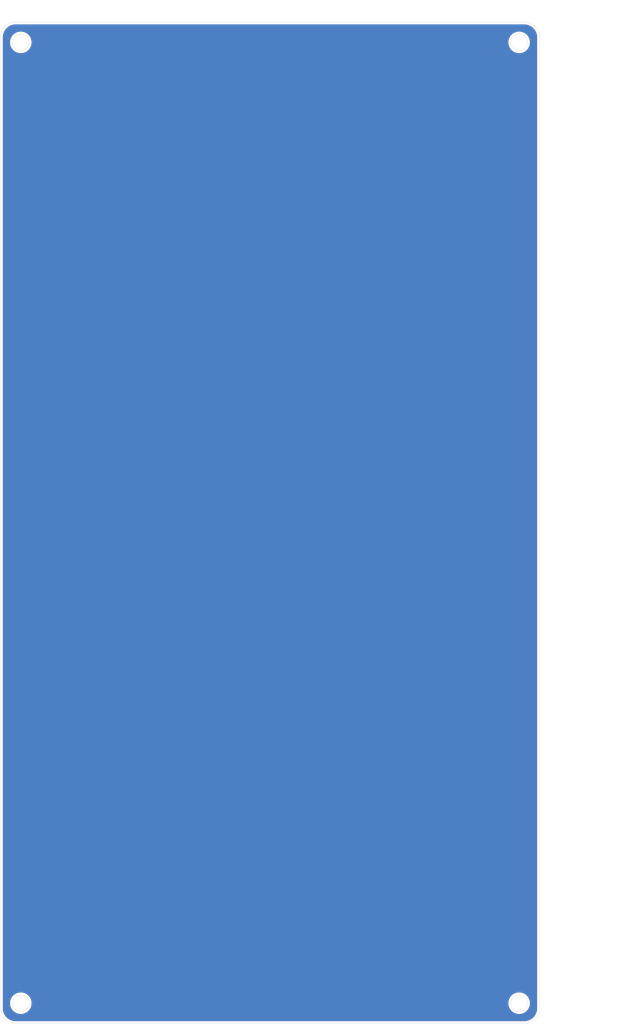
<source format=kicad_pcb>
(kicad_pcb
	(version 20240108)
	(generator "pcbnew")
	(generator_version "8.0")
	(general
		(thickness 1.6)
		(legacy_teardrops no)
	)
	(paper "A4" portrait)
	(layers
		(0 "F.Cu" signal)
		(31 "B.Cu" signal)
		(32 "B.Adhes" user "B.Adhesive")
		(33 "F.Adhes" user "F.Adhesive")
		(34 "B.Paste" user)
		(35 "F.Paste" user)
		(36 "B.SilkS" user "B.Silkscreen")
		(37 "F.SilkS" user "F.Silkscreen")
		(38 "B.Mask" user)
		(39 "F.Mask" user)
		(40 "Dwgs.User" user "User.Drawings")
		(41 "Cmts.User" user "User.Comments")
		(42 "Eco1.User" user "User.Eco1")
		(43 "Eco2.User" user "User.Eco2")
		(44 "Edge.Cuts" user)
		(45 "Margin" user)
		(46 "B.CrtYd" user "B.Courtyard")
		(47 "F.CrtYd" user "F.Courtyard")
		(48 "B.Fab" user)
		(49 "F.Fab" user)
		(50 "User.1" user)
		(51 "User.2" user)
		(52 "User.3" user)
		(53 "User.4" user)
		(54 "User.5" user)
		(55 "User.6" user)
		(56 "User.7" user)
		(57 "User.8" user)
		(58 "User.9" user)
	)
	(setup
		(stackup
			(layer "F.SilkS"
				(type "Top Silk Screen")
			)
			(layer "F.Paste"
				(type "Top Solder Paste")
			)
			(layer "F.Mask"
				(type "Top Solder Mask")
				(thickness 0.01)
			)
			(layer "F.Cu"
				(type "copper")
				(thickness 0.035)
			)
			(layer "dielectric 1"
				(type "core")
				(thickness 1.51)
				(material "FR4")
				(epsilon_r 4.5)
				(loss_tangent 0.02)
			)
			(layer "B.Cu"
				(type "copper")
				(thickness 0.035)
			)
			(layer "B.Mask"
				(type "Bottom Solder Mask")
				(thickness 0.01)
			)
			(layer "B.Paste"
				(type "Bottom Solder Paste")
			)
			(layer "B.SilkS"
				(type "Bottom Silk Screen")
			)
			(copper_finish "None")
			(dielectric_constraints no)
		)
		(pad_to_mask_clearance 0)
		(allow_soldermask_bridges_in_footprints no)
		(grid_origin 21.5 70.5)
		(pcbplotparams
			(layerselection 0x0001000_7ffffffe)
			(plot_on_all_layers_selection 0x0000000_00000000)
			(disableapertmacros no)
			(usegerberextensions no)
			(usegerberattributes yes)
			(usegerberadvancedattributes yes)
			(creategerberjobfile yes)
			(dashed_line_dash_ratio 12.000000)
			(dashed_line_gap_ratio 3.000000)
			(svgprecision 4)
			(plotframeref no)
			(viasonmask no)
			(mode 1)
			(useauxorigin no)
			(hpglpennumber 1)
			(hpglpenspeed 20)
			(hpglpendiameter 15.000000)
			(pdf_front_fp_property_popups yes)
			(pdf_back_fp_property_popups yes)
			(dxfpolygonmode no)
			(dxfimperialunits yes)
			(dxfusepcbnewfont no)
			(psnegative no)
			(psa4output no)
			(plotreference no)
			(plotvalue no)
			(plotfptext no)
			(plotinvisibletext no)
			(sketchpadsonfab no)
			(subtractmaskfromsilk no)
			(outputformat 3)
			(mirror no)
			(drillshape 0)
			(scaleselection 1)
			(outputdirectory "./")
		)
	)
	(net 0 "")
	(net 1 "GND")
	(net 2 "+3.3V")
	(net 3 "VBUS")
	(gr_circle
		(center 58 46)
		(end 59.6 46)
		(stroke
			(width 0.05)
			(type default)
		)
		(fill none)
		(layer "Edge.Cuts")
		(uuid "0fbcfb10-64cd-4a66-9850-f9035edef635")
	)
	(gr_line
		(start 54 234)
		(end 54 45)
		(stroke
			(width 0.05)
			(type default)
		)
		(layer "Edge.Cuts")
		(uuid "1bfde39a-b224-4550-a7f7-cd3589f9edcd")
	)
	(gr_circle
		(center 155 46)
		(end 156.6 46)
		(stroke
			(width 0.05)
			(type default)
		)
		(fill none)
		(layer "Edge.Cuts")
		(uuid "316b0e2a-5e98-4db8-bf4e-d9b13e9f422b")
	)
	(gr_arc
		(start 57 237)
		(mid 54.87868 236.12132)
		(end 54 234)
		(stroke
			(width 0.05)
			(type default)
		)
		(layer "Edge.Cuts")
		(uuid "3e1767cc-afb1-4e7d-8400-544645a6e91b")
	)
	(gr_arc
		(start 159 234)
		(mid 158.12132 236.12132)
		(end 156 237)
		(stroke
			(width 0.05)
			(type default)
		)
		(layer "Edge.Cuts")
		(uuid "676ff497-3db5-4784-94ca-da647408fa17")
	)
	(gr_line
		(start 156 237)
		(end 57 237)
		(stroke
			(width 0.05)
			(type default)
		)
		(layer "Edge.Cuts")
		(uuid "7b867d69-0c3a-4b22-b511-463d444d57e7")
	)
	(gr_circle
		(center 155 233)
		(end 156.6 233)
		(stroke
			(width 0.05)
			(type default)
		)
		(fill none)
		(layer "Edge.Cuts")
		(uuid "93bc7d23-3f56-4fb1-b02c-7520f8fe586a")
	)
	(gr_line
		(start 159 45)
		(end 159 234)
		(stroke
			(width 0.05)
			(type default)
		)
		(layer "Edge.Cuts")
		(uuid "9a8d8b1c-6049-41fe-8a48-3dd913096c44")
	)
	(gr_arc
		(start 156 42)
		(mid 158.12132 42.87868)
		(end 159 45)
		(stroke
			(width 0.05)
			(type default)
		)
		(layer "Edge.Cuts")
		(uuid "9bddb102-2373-4029-bcb2-4bc808d83da9")
	)
	(gr_line
		(start 57 42)
		(end 156 42)
		(stroke
			(width 0.05)
			(type default)
		)
		(layer "Edge.Cuts")
		(uuid "bb99a5e1-75d8-47b3-a8b2-7cba585d5d23")
	)
	(gr_circle
		(center 58 233)
		(end 59.6 233)
		(stroke
			(width 0.05)
			(type default)
		)
		(fill none)
		(layer "Edge.Cuts")
		(uuid "bc82e40f-5491-4af3-b48a-b075f1c8b94d")
	)
	(gr_arc
		(start 54 45)
		(mid 54.87868 42.87868)
		(end 57 42)
		(stroke
			(width 0.05)
			(type default)
		)
		(layer "Edge.Cuts")
		(uuid "d8351c76-70fe-4d3e-bdba-30894d600c6d")
	)
	(dimension
		(type aligned)
		(layer "User.1")
		(uuid "be3272ae-cc27-40b6-8890-61785cce1311")
		(pts
			(xy 159 42) (xy 159 237)
		)
		(height -11)
		(gr_text "195.0000 mm"
			(at 168.85 139.5 90)
			(layer "User.1")
			(uuid "be3272ae-cc27-40b6-8890-61785cce1311")
			(effects
				(font
					(size 1 1)
					(thickness 0.15)
				)
			)
		)
		(format
			(prefix "")
			(suffix "")
			(units 3)
			(units_format 1)
			(precision 4)
		)
		(style
			(thickness 0.1)
			(arrow_length 1.27)
			(text_position_mode 0)
			(extension_height 0.58642)
			(extension_offset 0.5) keep_text_aligned)
	)
	(dimension
		(type aligned)
		(layer "User.1")
		(uuid "c5b20134-093d-419c-b1fa-fae649ffc35f")
		(pts
			(xy 54 42) (xy 159 42)
		)
		(height -2.25)
		(gr_text "105.0000 mm"
			(at 106.5 38.6 0)
			(layer "User.1")
			(uuid "c5b20134-093d-419c-b1fa-fae649ffc35f")
			(effects
				(font
					(size 1 1)
					(thickness 0.15)
				)
			)
		)
		(format
			(prefix "")
			(suffix "")
			(units 3)
			(units_format 1)
			(precision 4)
		)
		(style
			(thickness 0.1)
			(arrow_length 1.27)
			(text_position_mode 0)
			(extension_height 0.58642)
			(extension_offset 0.5) keep_text_aligned)
	)
	(zone
		(net 1)
		(net_name "GND")
		(layer "F.Cu")
		(uuid "3b28b815-920c-407e-85e2-a56daca12dd2")
		(hatch edge 0.5)
		(priority 100)
		(connect_pads
			(clearance 0.5)
		)
		(min_thickness 0.25)
		(filled_areas_thickness no)
		(fill yes
			(thermal_gap 0.5)
			(thermal_bridge_width 0.5)
		)
		(polygon
			(pts
				(xy 54 42) (xy 159 42) (xy 159 237) (xy 54 237)
			)
		)
		(filled_polygon
			(layer "F.Cu")
			(pts
				(xy 156.003736 42.500726) (xy 156.293796 42.518271) (xy 156.308659 42.520076) (xy 156.590798 42.57178)
				(xy 156.605335 42.575363) (xy 156.879172 42.660695) (xy 156.893163 42.666) (xy 157.154743 42.783727)
				(xy 157.167989 42.79068) (xy 157.413465 42.939075) (xy 157.425776 42.947573) (xy 157.651573 43.124473)
				(xy 157.662781 43.134403) (xy 157.865596 43.337218) (xy 157.875526 43.348426) (xy 157.995481 43.501538)
				(xy 158.052422 43.574217) (xy 158.060928 43.58654) (xy 158.209316 43.832004) (xy 158.216275 43.845263)
				(xy 158.333997 44.106831) (xy 158.339306 44.120832) (xy 158.424635 44.394663) (xy 158.428219 44.409201)
				(xy 158.479923 44.69134) (xy 158.481728 44.706205) (xy 158.499274 44.996263) (xy 158.4995 45.00375)
				(xy 158.4995 233.996249) (xy 158.499274 234.003736) (xy 158.481728 234.293794) (xy 158.479923 234.308659)
				(xy 158.428219 234.590798) (xy 158.424635 234.605336) (xy 158.339306 234.879167) (xy 158.333997 234.893168)
				(xy 158.216275 235.154736) (xy 158.209316 235.167995) (xy 158.060928 235.413459) (xy 158.052422 235.425782)
				(xy 157.875526 235.651573) (xy 157.865596 235.662781) (xy 157.662781 235.865596) (xy 157.651573 235.875526)
				(xy 157.425782 236.052422) (xy 157.413459 236.060928) (xy 157.167995 236.209316) (xy 157.154736 236.216275)
				(xy 156.893168 236.333997) (xy 156.879167 236.339306) (xy 156.605336 236.424635) (xy 156.590798 236.428219)
				(xy 156.308659 236.479923) (xy 156.293794 236.481728) (xy 156.003736 236.499274) (xy 155.996249 236.4995)
				(xy 57.003751 236.4995) (xy 56.996264 236.499274) (xy 56.706205 236.481728) (xy 56.69134 236.479923)
				(xy 56.409201 236.428219) (xy 56.394663 236.424635) (xy 56.120832 236.339306) (xy 56.106831 236.333997)
				(xy 55.845263 236.216275) (xy 55.832004 236.209316) (xy 55.58654 236.060928) (xy 55.574217 236.052422)
				(xy 55.348426 235.875526) (xy 55.337218 235.865596) (xy 55.134403 235.662781) (xy 55.124473 235.651573)
				(xy 54.947573 235.425776) (xy 54.939075 235.413465) (xy 54.79068 235.167989) (xy 54.783727 235.154743)
				(xy 54.666 234.893163) (xy 54.660693 234.879167) (xy 54.657637 234.869361) (xy 54.575363 234.605335)
				(xy 54.57178 234.590798) (xy 54.520075 234.308657) (xy 54.518271 234.293794) (xy 54.500726 234.003736)
				(xy 54.5005 233.996249) (xy 54.5005 233) (xy 55.894592 233) (xy 55.914201 233.28668) (xy 55.972666 233.568034)
				(xy 55.972667 233.568037) (xy 56.068894 233.838793) (xy 56.068893 233.838793) (xy 56.201098 234.093935)
				(xy 56.366812 234.3287) (xy 56.451923 234.419831) (xy 56.562947 234.538708) (xy 56.785853 234.720055)
				(xy 57.002132 234.851578) (xy 57.031382 234.869365) (xy 57.218237 234.950526) (xy 57.294942 234.983844)
				(xy 57.571642 235.061371) (xy 57.82192 235.095771) (xy 57.856321 235.1005) (xy 57.856322 235.1005)
				(xy 58.143679 235.1005) (xy 58.17437 235.096281) (xy 58.428358 235.061371) (xy 58.705058 234.983844)
				(xy 58.913816 234.893168) (xy 58.968617 234.869365) (xy 58.96862 234.869363) (xy 58.968625 234.869361)
				(xy 59.214147 234.720055) (xy 59.437053 234.538708) (xy 59.633189 234.328698) (xy 59.798901 234.093936)
				(xy 59.931104 233.838797) (xy 60.027334 233.568032) (xy 60.085798 233.286686) (xy 60.105408 233)
				(xy 152.894592 233) (xy 152.914201 233.28668) (xy 152.972666 233.568034) (xy 152.972667 233.568037)
				(xy 153.068894 233.838793) (xy 153.068893 233.838793) (xy 153.201098 234.093935) (xy 153.366812 234.3287)
				(xy 153.451923 234.419831) (xy 153.562947 234.538708) (xy 153.785853 234.720055) (xy 154.002132 234.851578)
				(xy 154.031382 234.869365) (xy 154.218237 234.950526) (xy 154.294942 234.983844) (xy 154.571642 235.061371)
				(xy 154.82192 235.095771) (xy 154.856321 235.1005) (xy 154.856322 235.1005) (xy 155.143679 235.1005)
				(xy 155.17437 235.096281) (xy 155.428358 235.061371) (xy 155.705058 234.983844) (xy 155.913816 234.893168)
				(xy 155.968617 234.869365) (xy 155.96862 234.869363) (xy 155.968625 234.869361) (xy 156.214147 234.720055)
				(xy 156.437053 234.538708) (xy 156.633189 234.328698) (xy 156.798901 234.093936) (xy 156.931104 233.838797)
				(xy 157.027334 233.568032) (xy 157.085798 233.286686) (xy 157.105408 233) (xy 157.085798 232.713314)
				(xy 157.027334 232.431968) (xy 156.931105 232.161206) (xy 156.931106 232.161206) (xy 156.798901 231.906064)
				(xy 156.633187 231.671299) (xy 156.554554 231.587105) (xy 156.437053 231.461292) (xy 156.214147 231.279945)
				(xy 156.214146 231.279944) (xy 155.968617 231.130634) (xy 155.705063 231.016158) (xy 155.705061 231.016157)
				(xy 155.705058 231.016156) (xy 155.575578 230.979877) (xy 155.428364 230.93863) (xy 155.428359 230.938629)
				(xy 155.428358 230.938629) (xy 155.286018 230.919064) (xy 155.143679 230.8995) (xy 155.143678 230.8995)
				(xy 154.856322 230.8995) (xy 154.856321 230.8995) (xy 154.571642 230.938629) (xy 154.571635 230.93863)
				(xy 154.363861 230.996845) (xy 154.294942 231.016156) (xy 154.294939 231.016156) (xy 154.294936 231.016158)
				(xy 154.294935 231.016158) (xy 154.031382 231.130634) (xy 153.785853 231.279944) (xy 153.56295 231.461289)
				(xy 153.366812 231.671299) (xy 153.201098 231.906064) (xy 153.068894 232.161206) (xy 152.972667 232.431962)
				(xy 152.972666 232.431965) (xy 152.914201 232.713319) (xy 152.894592 233) (xy 60.105408 233) (xy 60.085798 232.713314)
				(xy 60.027334 232.431968) (xy 59.931105 232.161206) (xy 59.931106 232.161206) (xy 59.798901 231.906064)
				(xy 59.633187 231.671299) (xy 59.554554 231.587105) (xy 59.437053 231.461292) (xy 59.214147 231.279945)
				(xy 59.214146 231.279944) (xy 58.968617 231.130634) (xy 58.705063 231.016158) (xy 58.705061 231.016157)
				(xy 58.705058 231.016156) (xy 58.575578 230.979877) (xy 58.428364 230.93863) (xy 58.428359 230.938629)
				(xy 58.428358 230.938629) (xy 58.286018 230.919064) (xy 58.143679 230.8995) (xy 58.143678 230.8995)
				(xy 57.856322 230.8995) (xy 57.856321 230.8995) (xy 57.571642 230.938629) (xy 57.571635 230.93863)
				(xy 57.363861 230.996845) (xy 57.294942 231.016156) (xy 57.294939 231.016156) (xy 57.294936 231.016158)
				(xy 57.294935 231.016158) (xy 57.031382 231.130634) (xy 56.785853 231.279944) (xy 56.56295 231.461289)
				(xy 56.366812 231.671299) (xy 56.201098 231.906064) (xy 56.068894 232.161206) (xy 55.972667 232.431962)
				(xy 55.972666 232.431965) (xy 55.914201 232.713319) (xy 55.894592 233) (xy 54.5005 233) (xy 54.5005 46)
				(xy 55.894592 46) (xy 55.914201 46.28668) (xy 55.972666 46.568034) (xy 55.972667 46.568037) (xy 56.068894 46.838793)
				(xy 56.068893 46.838793) (xy 56.201098 47.093935) (xy 56.366812 47.3287) (xy 56.451923 47.419831)
				(xy 56.562947 47.538708) (xy 56.785853 47.720055) (xy 57.031382 47.869365) (xy 57.218237 47.950526)
				(xy 57.294942 47.983844) (xy 57.571642 48.061371) (xy 57.82192 48.095771) (xy 57.856321 48.1005)
				(xy 57.856322 48.1005) (xy 58.143679 48.1005) (xy 58.17437 48.096281) (xy 58.428358 48.061371) (xy 58.705058 47.983844)
				(xy 58.818015 47.934779) (xy 58.968617 47.869365) (xy 58.96862 47.869363) (xy 58.968625 47.869361)
				(xy 59.214147 47.720055) (xy 59.437053 47.538708) (xy 59.633189 47.328698) (xy 59.798901 47.093936)
				(xy 59.931104 46.838797) (xy 60.027334 46.568032) (xy 60.085798 46.286686) (xy 60.105408 46) (xy 152.894592 46)
				(xy 152.914201 46.28668) (xy 152.972666 46.568034) (xy 152.972667 46.568037) (xy 153.068894 46.838793)
				(xy 153.068893 46.838793) (xy 153.201098 47.093935) (xy 153.366812 47.3287) (xy 153.451923 47.419831)
				(xy 153.562947 47.538708) (xy 153.785853 47.720055) (xy 154.031382 47.869365) (xy 154.218237 47.950526)
				(xy 154.294942 47.983844) (xy 154.571642 48.061371) (xy 154.82192 48.095771) (xy 154.856321 48.1005)
				(xy 154.856322 48.1005) (xy 155.143679 48.1005) (xy 155.17437 48.096281) (xy 155.428358 48.061371)
				(xy 155.705058 47.983844) (xy 155.818015 47.934779) (xy 155.968617 47.869365) (xy 155.96862 47.869363)
				(xy 155.968625 47.869361) (xy 156.214147 47.720055) (xy 156.437053 47.538708) (xy 156.633189 47.328698)
				(xy 156.798901 47.093936) (xy 156.931104 46.838797) (xy 157.027334 46.568032) (xy 157.085798 46.286686)
				(xy 157.105408 46) (xy 157.085798 45.713314) (xy 157.027334 45.431968) (xy 156.931105 45.161206)
				(xy 156.931106 45.161206) (xy 156.798901 44.906064) (xy 156.633187 44.671299) (xy 156.554554 44.587105)
				(xy 156.437053 44.461292) (xy 156.214147 44.279945) (xy 156.214146 44.279944) (xy 155.968617 44.130634)
				(xy 155.705063 44.016158) (xy 155.705061 44.016157) (xy 155.705058 44.016156) (xy 155.575578 43.979877)
				(xy 155.428364 43.93863) (xy 155.428359 43.938629) (xy 155.428358 43.938629) (xy 155.286018 43.919064)
				(xy 155.143679 43.8995) (xy 155.143678 43.8995) (xy 154.856322 43.8995) (xy 154.856321 43.8995)
				(xy 154.571642 43.938629) (xy 154.571635 43.93863) (xy 154.363861 43.996845) (xy 154.294942 44.016156)
				(xy 154.294939 44.016156) (xy 154.294936 44.016158) (xy 154.294935 44.016158) (xy 154.031382 44.130634)
				(xy 153.785853 44.279944) (xy 153.56295 44.461289) (xy 153.366812 44.671299) (xy 153.201098 44.906064)
				(xy 153.068894 45.161206) (xy 152.972667 45.431962) (xy 152.972666 45.431965) (xy 152.914201 45.713319)
				(xy 152.894592 46) (xy 60.105408 46) (xy 60.085798 45.713314) (xy 60.027334 45.431968) (xy 59.931105 45.161206)
				(xy 59.931106 45.161206) (xy 59.798901 44.906064) (xy 59.633187 44.671299) (xy 59.554554 44.587105)
				(xy 59.437053 44.461292) (xy 59.214147 44.279945) (xy 59.214146 44.279944) (xy 58.968617 44.130634)
				(xy 58.705063 44.016158) (xy 58.705061 44.016157) (xy 58.705058 44.016156) (xy 58.575578 43.979877)
				(xy 58.428364 43.93863) (xy 58.428359 43.938629) (xy 58.428358 43.938629) (xy 58.286018 43.919064)
				(xy 58.143679 43.8995) (xy 58.143678 43.8995) (xy 57.856322 43.8995) (xy 57.856321 43.8995) (xy 57.571642 43.938629)
				(xy 57.571635 43.93863) (xy 57.363861 43.996845) (xy 57.294942 44.016156) (xy 57.294939 44.016156)
				(xy 57.294936 44.016158) (xy 57.294935 44.016158) (xy 57.031382 44.130634) (xy 56.785853 44.279944)
				(xy 56.56295 44.461289) (xy 56.366812 44.671299) (xy 56.201098 44.906064) (xy 56.068894 45.161206)
				(xy 55.972667 45.431962) (xy 55.972666 45.431965) (xy 55.914201 45.713319) (xy 55.894592 46) (xy 54.5005 46)
				(xy 54.5005 45.00375) (xy 54.500726 44.996263) (xy 54.518271 44.706205) (xy 54.520076 44.69134)
				(xy 54.562235 44.461289) (xy 54.57178 44.409197) (xy 54.575364 44.394663) (xy 54.660696 44.120822)
				(xy 54.665998 44.106841) (xy 54.783731 43.845249) (xy 54.790676 43.832016) (xy 54.93908 43.586526)
				(xy 54.947567 43.57423) (xy 55.12448 43.348417) (xy 55.134395 43.337226) (xy 55.337226 43.134395)
				(xy 55.348417 43.12448) (xy 55.57423 42.947567) (xy 55.586526 42.93908) (xy 55.832016 42.790676)
				(xy 55.845249 42.783731) (xy 56.106841 42.665998) (xy 56.120822 42.660696) (xy 56.394668 42.575362)
				(xy 56.409197 42.57178) (xy 56.691344 42.520075) (xy 56.706201 42.518271) (xy 56.996264 42.500726)
				(xy 57.003751 42.5005) (xy 57.065892 42.5005) (xy 155.934108 42.5005) (xy 155.996249 42.5005)
			)
		)
	)
	(zone
		(net 3)
		(net_name "VBUS")
		(layer "F.Cu")
		(uuid "d4cd42da-38ec-423b-a467-481f761cf910")
		(hatch edge 0.5)
		(connect_pads
			(clearance 0.5)
		)
		(min_thickness 0.25)
		(filled_areas_thickness no)
		(fill yes
			(thermal_gap 0.5)
			(thermal_bridge_width 0.5)
		)
		(polygon
			(pts
				(xy 54 42) (xy 159 42) (xy 159 237) (xy 54 237)
			)
		)
	)
	(zone
		(net 2)
		(net_name "+3.3V")
		(layer "B.Cu")
		(uuid "b65c9d85-52b2-4f55-8605-59f01f548464")
		(hatch edge 0.5)
		(priority 100)
		(connect_pads
			(clearance 0.5)
		)
		(min_thickness 0.25)
		(filled_areas_thickness no)
		(fill yes
			(thermal_gap 0.5)
			(thermal_bridge_width 0.5)
		)
		(polygon
			(pts
				(xy 54 42) (xy 159 42) (xy 159 237) (xy 54 237)
			)
		)
		(filled_polygon
			(layer "B.Cu")
			(pts
				(xy 156.003736 42.500726) (xy 156.293796 42.518271) (xy 156.308659 42.520076) (xy 156.590798 42.57178)
				(xy 156.605335 42.575363) (xy 156.879172 42.660695) (xy 156.893163 42.666) (xy 157.154743 42.783727)
				(xy 157.167989 42.79068) (xy 157.413465 42.939075) (xy 157.425776 42.947573) (xy 157.651573 43.124473)
				(xy 157.662781 43.134403) (xy 157.865596 43.337218) (xy 157.875526 43.348426) (xy 157.995481 43.501538)
				(xy 158.052422 43.574217) (xy 158.060928 43.58654) (xy 158.209316 43.832004) (xy 158.216275 43.845263)
				(xy 158.333997 44.106831) (xy 158.339306 44.120832) (xy 158.424635 44.394663) (xy 158.428219 44.409201)
				(xy 158.479923 44.69134) (xy 158.481728 44.706205) (xy 158.499274 44.996263) (xy 158.4995 45.00375)
				(xy 158.4995 233.996249) (xy 158.499274 234.003736) (xy 158.481728 234.293794) (xy 158.479923 234.308659)
				(xy 158.428219 234.590798) (xy 158.424635 234.605336) (xy 158.339306 234.879167) (xy 158.333997 234.893168)
				(xy 158.216275 235.154736) (xy 158.209316 235.167995) (xy 158.060928 235.413459) (xy 158.052422 235.425782)
				(xy 157.875526 235.651573) (xy 157.865596 235.662781) (xy 157.662781 235.865596) (xy 157.651573 235.875526)
				(xy 157.425782 236.052422) (xy 157.413459 236.060928) (xy 157.167995 236.209316) (xy 157.154736 236.216275)
				(xy 156.893168 236.333997) (xy 156.879167 236.339306) (xy 156.605336 236.424635) (xy 156.590798 236.428219)
				(xy 156.308659 236.479923) (xy 156.293794 236.481728) (xy 156.003736 236.499274) (xy 155.996249 236.4995)
				(xy 57.003751 236.4995) (xy 56.996264 236.499274) (xy 56.706205 236.481728) (xy 56.69134 236.479923)
				(xy 56.409201 236.428219) (xy 56.394663 236.424635) (xy 56.120832 236.339306) (xy 56.106831 236.333997)
				(xy 55.845263 236.216275) (xy 55.832004 236.209316) (xy 55.58654 236.060928) (xy 55.574217 236.052422)
				(xy 55.348426 235.875526) (xy 55.337218 235.865596) (xy 55.134403 235.662781) (xy 55.124473 235.651573)
				(xy 54.947573 235.425776) (xy 54.939075 235.413465) (xy 54.79068 235.167989) (xy 54.783727 235.154743)
				(xy 54.666 234.893163) (xy 54.660693 234.879167) (xy 54.657637 234.869361) (xy 54.575363 234.605335)
				(xy 54.57178 234.590798) (xy 54.520075 234.308657) (xy 54.518271 234.293794) (xy 54.500726 234.003736)
				(xy 54.5005 233.996249) (xy 54.5005 233) (xy 55.894592 233) (xy 55.914201 233.28668) (xy 55.972666 233.568034)
				(xy 55.972667 233.568037) (xy 56.068894 233.838793) (xy 56.068893 233.838793) (xy 56.201098 234.093935)
				(xy 56.366812 234.3287) (xy 56.451923 234.419831) (xy 56.562947 234.538708) (xy 56.785853 234.720055)
				(xy 57.002132 234.851578) (xy 57.031382 234.869365) (xy 57.218237 234.950526) (xy 57.294942 234.983844)
				(xy 57.571642 235.061371) (xy 57.82192 235.095771) (xy 57.856321 235.1005) (xy 57.856322 235.1005)
				(xy 58.143679 235.1005) (xy 58.17437 235.096281) (xy 58.428358 235.061371) (xy 58.705058 234.983844)
				(xy 58.913816 234.893168) (xy 58.968617 234.869365) (xy 58.96862 234.869363) (xy 58.968625 234.869361)
				(xy 59.214147 234.720055) (xy 59.437053 234.538708) (xy 59.633189 234.328698) (xy 59.798901 234.093936)
				(xy 59.931104 233.838797) (xy 60.027334 233.568032) (xy 60.085798 233.286686) (xy 60.105408 233)
				(xy 152.894592 233) (xy 152.914201 233.28668) (xy 152.972666 233.568034) (xy 152.972667 233.568037)
				(xy 153.068894 233.838793) (xy 153.068893 233.838793) (xy 153.201098 234.093935) (xy 153.366812 234.3287)
				(xy 153.451923 234.419831) (xy 153.562947 234.538708) (xy 153.785853 234.720055) (xy 154.002132 234.851578)
				(xy 154.031382 234.869365) (xy 154.218237 234.950526) (xy 154.294942 234.983844) (xy 154.571642 235.061371)
				(xy 154.82192 235.095771) (xy 154.856321 235.1005) (xy 154.856322 235.1005) (xy 155.143679 235.1005)
				(xy 155.17437 235.096281) (xy 155.428358 235.061371) (xy 155.705058 234.983844) (xy 155.913816 234.893168)
				(xy 155.968617 234.869365) (xy 155.96862 234.869363) (xy 155.968625 234.869361) (xy 156.214147 234.720055)
				(xy 156.437053 234.538708) (xy 156.633189 234.328698) (xy 156.798901 234.093936) (xy 156.931104 233.838797)
				(xy 157.027334 233.568032) (xy 157.085798 233.286686) (xy 157.105408 233) (xy 157.085798 232.713314)
				(xy 157.027334 232.431968) (xy 156.931105 232.161206) (xy 156.931106 232.161206) (xy 156.798901 231.906064)
				(xy 156.633187 231.671299) (xy 156.554554 231.587105) (xy 156.437053 231.461292) (xy 156.214147 231.279945)
				(xy 156.214146 231.279944) (xy 155.968617 231.130634) (xy 155.705063 231.016158) (xy 155.705061 231.016157)
				(xy 155.705058 231.016156) (xy 155.575578 230.979877) (xy 155.428364 230.93863) (xy 155.428359 230.938629)
				(xy 155.428358 230.938629) (xy 155.286018 230.919064) (xy 155.143679 230.8995) (xy 155.143678 230.8995)
				(xy 154.856322 230.8995) (xy 154.856321 230.8995) (xy 154.571642 230.938629) (xy 154.571635 230.93863)
				(xy 154.363861 230.996845) (xy 154.294942 231.016156) (xy 154.294939 231.016156) (xy 154.294936 231.016158)
				(xy 154.294935 231.016158) (xy 154.031382 231.130634) (xy 153.785853 231.279944) (xy 153.56295 231.461289)
				(xy 153.366812 231.671299) (xy 153.201098 231.906064) (xy 153.068894 232.161206) (xy 152.972667 232.431962)
				(xy 152.972666 232.431965) (xy 152.914201 232.713319) (xy 152.894592 233) (xy 60.105408 233) (xy 60.085798 232.713314)
				(xy 60.027334 232.431968) (xy 59.931105 232.161206) (xy 59.931106 232.161206) (xy 59.798901 231.906064)
				(xy 59.633187 231.671299) (xy 59.554554 231.587105) (xy 59.437053 231.461292) (xy 59.214147 231.279945)
				(xy 59.214146 231.279944) (xy 58.968617 231.130634) (xy 58.705063 231.016158) (xy 58.705061 231.016157)
				(xy 58.705058 231.016156) (xy 58.575578 230.979877) (xy 58.428364 230.93863) (xy 58.428359 230.938629)
				(xy 58.428358 230.938629) (xy 58.286018 230.919064) (xy 58.143679 230.8995) (xy 58.143678 230.8995)
				(xy 57.856322 230.8995) (xy 57.856321 230.8995) (xy 57.571642 230.938629) (xy 57.571635 230.93863)
				(xy 57.363861 230.996845) (xy 57.294942 231.016156) (xy 57.294939 231.016156) (xy 57.294936 231.016158)
				(xy 57.294935 231.016158) (xy 57.031382 231.130634) (xy 56.785853 231.279944) (xy 56.56295 231.461289)
				(xy 56.366812 231.671299) (xy 56.201098 231.906064) (xy 56.068894 232.161206) (xy 55.972667 232.431962)
				(xy 55.972666 232.431965) (xy 55.914201 232.713319) (xy 55.894592 233) (xy 54.5005 233) (xy 54.5005 46)
				(xy 55.894592 46) (xy 55.914201 46.28668) (xy 55.972666 46.568034) (xy 55.972667 46.568037) (xy 56.068894 46.838793)
				(xy 56.068893 46.838793) (xy 56.201098 47.093935) (xy 56.366812 47.3287) (xy 56.451923 47.419831)
				(xy 56.562947 47.538708) (xy 56.785853 47.720055) (xy 57.031382 47.869365) (xy 57.218237 47.950526)
				(xy 57.294942 47.983844) (xy 57.571642 48.061371) (xy 57.82192 48.095771) (xy 57.856321 48.1005)
				(xy 57.856322 48.1005) (xy 58.143679 48.1005) (xy 58.17437 48.096281) (xy 58.428358 48.061371) (xy 58.705058 47.983844)
				(xy 58.818015 47.934779) (xy 58.968617 47.869365) (xy 58.96862 47.869363) (xy 58.968625 47.869361)
				(xy 59.214147 47.720055) (xy 59.437053 47.538708) (xy 59.633189 47.328698) (xy 59.798901 47.093936)
				(xy 59.931104 46.838797) (xy 60.027334 46.568032) (xy 60.085798 46.286686) (xy 60.105408 46) (xy 152.894592 46)
				(xy 152.914201 46.28668) (xy 152.972666 46.568034) (xy 152.972667 46.568037) (xy 153.068894 46.838793)
				(xy 153.068893 46.838793) (xy 153.201098 47.093935) (xy 153.366812 47.3287) (xy 153.451923 47.419831)
				(xy 153.562947 47.538708) (xy 153.785853 47.720055) (xy 154.031382 47.869365) (xy 154.218237 47.950526)
				(xy 154.294942 47.983844) (xy 154.571642 48.061371) (xy 154.82192 48.095771) (xy 154.856321 48.1005)
				(xy 154.856322 48.1005) (xy 155.143679 48.1005) (xy 155.17437 48.096281) (xy 155.428358 48.061371)
				(xy 155.705058 47.983844) (xy 155.818015 47.934779) (xy 155.968617 47.869365) (xy 155.96862 47.869363)
				(xy 155.968625 47.869361) (xy 156.214147 47.720055) (xy 156.437053 47.538708) (xy 156.633189 47.328698)
				(xy 156.798901 47.093936) (xy 156.931104 46.838797) (xy 157.027334 46.568032) (xy 157.085798 46.286686)
				(xy 157.105408 46) (xy 157.085798 45.713314) (xy 157.027334 45.431968) (xy 156.931105 45.161206)
				(xy 156.931106 45.161206) (xy 156.798901 44.906064) (xy 156.633187 44.671299) (xy 156.554554 44.587105)
				(xy 156.437053 44.461292) (xy 156.214147 44.279945) (xy 156.214146 44.279944) (xy 155.968617 44.130634)
				(xy 155.705063 44.016158) (xy 155.705061 44.016157) (xy 155.705058 44.016156) (xy 155.575578 43.979877)
				(xy 155.428364 43.93863) (xy 155.428359 43.938629) (xy 155.428358 43.938629) (xy 155.286018 43.919064)
				(xy 155.143679 43.8995) (xy 155.143678 43.8995) (xy 154.856322 43.8995) (xy 154.856321 43.8995)
				(xy 154.571642 43.938629) (xy 154.571635 43.93863) (xy 154.363861 43.996845) (xy 154.294942 44.016156)
				(xy 154.294939 44.016156) (xy 154.294936 44.016158) (xy 154.294935 44.016158) (xy 154.031382 44.130634)
				(xy 153.785853 44.279944) (xy 153.56295 44.461289) (xy 153.366812 44.671299) (xy 153.201098 44.906064)
				(xy 153.068894 45.161206) (xy 152.972667 45.431962) (xy 152.972666 45.431965) (xy 152.914201 45.713319)
				(xy 152.894592 46) (xy 60.105408 46) (xy 60.085798 45.713314) (xy 60.027334 45.431968) (xy 59.931105 45.161206)
				(xy 59.931106 45.161206) (xy 59.798901 44.906064) (xy 59.633187 44.671299) (xy 59.554554 44.587105)
				(xy 59.437053 44.461292) (xy 59.214147 44.279945) (xy 59.214146 44.279944) (xy 58.968617 44.130634)
				(xy 58.705063 44.016158) (xy 58.705061 44.016157) (xy 58.705058 44.016156) (xy 58.575578 43.979877)
				(xy 58.428364 43.93863) (xy 58.428359 43.938629) (xy 58.428358 43.938629) (xy 58.286018 43.919064)
				(xy 58.143679 43.8995) (xy 58.143678 43.8995) (xy 57.856322 43.8995) (xy 57.856321 43.8995) (xy 57.571642 43.938629)
				(xy 57.571635 43.93863) (xy 57.363861 43.996845) (xy 57.294942 44.016156) (xy 57.294939 44.016156)
				(xy 57.294936 44.016158) (xy 57.294935 44.016158) (xy 57.031382 44.130634) (xy 56.785853 44.279944)
				(xy 56.56295 44.461289) (xy 56.366812 44.671299) (xy 56.201098 44.906064) (xy 56.068894 45.161206)
				(xy 55.972667 45.431962) (xy 55.972666 45.431965) (xy 55.914201 45.713319) (xy 55.894592 46) (xy 54.5005 46)
				(xy 54.5005 45.00375) (xy 54.500726 44.996263) (xy 54.518271 44.706205) (xy 54.520076 44.69134)
				(xy 54.562235 44.461289) (xy 54.57178 44.409197) (xy 54.575364 44.394663) (xy 54.660696 44.120822)
				(xy 54.665998 44.106841) (xy 54.783731 43.845249) (xy 54.790676 43.832016) (xy 54.93908 43.586526)
				(xy 54.947567 43.57423) (xy 55.12448 43.348417) (xy 55.134395 43.337226) (xy 55.337226 43.134395)
				(xy 55.348417 43.12448) (xy 55.57423 42.947567) (xy 55.586526 42.93908) (xy 55.832016 42.790676)
				(xy 55.845249 42.783731) (xy 56.106841 42.665998) (xy 56.120822 42.660696) (xy 56.394668 42.575362)
				(xy 56.409197 42.57178) (xy 56.691344 42.520075) (xy 56.706201 42.518271) (xy 56.996264 42.500726)
				(xy 57.003751 42.5005) (xy 57.065892 42.5005) (xy 155.934108 42.5005) (xy 155.996249 42.5005)
			)
		)
	)
	(zone
		(net 3)
		(net_name "VBUS")
		(layer "B.Cu")
		(uuid "e353017e-7e1e-4fed-887c-59c53e4ef1ef")
		(hatch edge 0.5)
		(priority 1)
		(connect_pads
			(clearance 0.5)
		)
		(min_thickness 0.25)
		(filled_areas_thickness no)
		(fill yes
			(thermal_gap 0.5)
			(thermal_bridge_width 0.5)
		)
		(polygon
			(pts
				(xy 54 42) (xy 159 42) (xy 159 237) (xy 54 237)
			)
		)
	)
)

</source>
